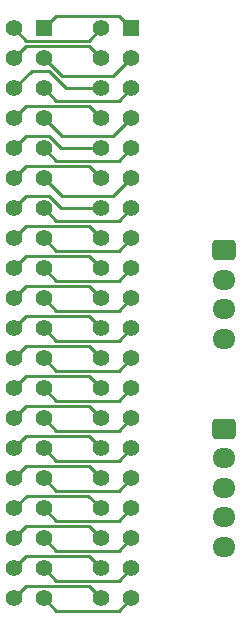
<source format=gbr>
%TF.GenerationSoftware,KiCad,Pcbnew,7.0.5*%
%TF.CreationDate,2023-12-19T10:58:39-08:00*%
%TF.ProjectId,Pi2_PiHat,5069325f-5069-4486-9174-2e6b69636164,rev?*%
%TF.SameCoordinates,Original*%
%TF.FileFunction,Copper,L2,Bot*%
%TF.FilePolarity,Positive*%
%FSLAX46Y46*%
G04 Gerber Fmt 4.6, Leading zero omitted, Abs format (unit mm)*
G04 Created by KiCad (PCBNEW 7.0.5) date 2023-12-19 10:58:39*
%MOMM*%
%LPD*%
G01*
G04 APERTURE LIST*
G04 Aperture macros list*
%AMRoundRect*
0 Rectangle with rounded corners*
0 $1 Rounding radius*
0 $2 $3 $4 $5 $6 $7 $8 $9 X,Y pos of 4 corners*
0 Add a 4 corners polygon primitive as box body*
4,1,4,$2,$3,$4,$5,$6,$7,$8,$9,$2,$3,0*
0 Add four circle primitives for the rounded corners*
1,1,$1+$1,$2,$3*
1,1,$1+$1,$4,$5*
1,1,$1+$1,$6,$7*
1,1,$1+$1,$8,$9*
0 Add four rect primitives between the rounded corners*
20,1,$1+$1,$2,$3,$4,$5,0*
20,1,$1+$1,$4,$5,$6,$7,0*
20,1,$1+$1,$6,$7,$8,$9,0*
20,1,$1+$1,$8,$9,$2,$3,0*%
G04 Aperture macros list end*
%TA.AperFunction,ComponentPad*%
%ADD10RoundRect,0.250000X-0.725000X0.600000X-0.725000X-0.600000X0.725000X-0.600000X0.725000X0.600000X0*%
%TD*%
%TA.AperFunction,ComponentPad*%
%ADD11O,1.950000X1.700000*%
%TD*%
%TA.AperFunction,ComponentPad*%
%ADD12C,1.398000*%
%TD*%
%TA.AperFunction,ComponentPad*%
%ADD13R,1.398000X1.398000*%
%TD*%
%TA.AperFunction,Conductor*%
%ADD14C,0.250000*%
%TD*%
G04 APERTURE END LIST*
D10*
%TO.P,Ultrasonic2,1,Pin_1*%
%TO.N,Net-(Out1-Pin_2)*%
X86360000Y-81400000D03*
D11*
%TO.P,Ultrasonic2,2,Pin_2*%
%TO.N,Net-(Out1-Pin_13)*%
X86360000Y-83900000D03*
%TO.P,Ultrasonic2,3,Pin_3*%
%TO.N,Net-(Out1-Pin_11)*%
X86360000Y-86400000D03*
%TO.P,Ultrasonic2,4,Pin_4*%
%TO.N,Net-(Out1-Pin_9)*%
X86360000Y-88900000D03*
%TD*%
D12*
%TO.P,Out1,1,Pin_1*%
%TO.N,Net-(Out1-Pin_1)*%
X68585000Y-62640000D03*
D13*
%TO.P,Out1,2,Pin_2*%
%TO.N,Net-(Out1-Pin_2)*%
X71125000Y-62640000D03*
D12*
%TO.P,Out1,3,Pin_3*%
%TO.N,Net-(Out1-Pin_3)*%
X68585000Y-65180000D03*
%TO.P,Out1,4,Pin_4*%
%TO.N,Net-(Out1-Pin_4)*%
X71125000Y-65180000D03*
%TO.P,Out1,5,Pin_5*%
%TO.N,Net-(Out1-Pin_5)*%
X68585000Y-67720000D03*
%TO.P,Out1,6,Pin_6*%
%TO.N,Net-(Out1-Pin_6)*%
X71125000Y-67720000D03*
%TO.P,Out1,7,Pin_7*%
%TO.N,Net-(Out1-Pin_7)*%
X68585000Y-70260000D03*
%TO.P,Out1,8,Pin_8*%
%TO.N,Net-(Out1-Pin_8)*%
X71125000Y-70260000D03*
%TO.P,Out1,9,Pin_9*%
%TO.N,Net-(Out1-Pin_9)*%
X68585000Y-72800000D03*
%TO.P,Out1,10,Pin_10*%
%TO.N,Net-(Out1-Pin_10)*%
X71125000Y-72800000D03*
%TO.P,Out1,11,Pin_11*%
%TO.N,Net-(Out1-Pin_11)*%
X68585000Y-75340000D03*
%TO.P,Out1,12,Pin_12*%
%TO.N,Net-(Out1-Pin_12)*%
X71125000Y-75340000D03*
%TO.P,Out1,13,Pin_13*%
%TO.N,Net-(Out1-Pin_13)*%
X68585000Y-77880000D03*
%TO.P,Out1,14,Pin_14*%
%TO.N,Net-(Out1-Pin_14)*%
X71125000Y-77880000D03*
%TO.P,Out1,15,Pin_15*%
%TO.N,Net-(Out1-Pin_15)*%
X68585000Y-80420000D03*
%TO.P,Out1,16,Pin_16*%
%TO.N,Net-(Out1-Pin_16)*%
X71125000Y-80420000D03*
%TO.P,Out1,17,Pin_17*%
%TO.N,Net-(Out1-Pin_17)*%
X68585000Y-82960000D03*
%TO.P,Out1,18,Pin_18*%
%TO.N,Net-(Out1-Pin_18)*%
X71125000Y-82960000D03*
%TO.P,Out1,19,Pin_19*%
%TO.N,Net-(Out1-Pin_19)*%
X68585000Y-85500000D03*
%TO.P,Out1,20,Pin_20*%
%TO.N,Net-(Out1-Pin_20)*%
X71125000Y-85500000D03*
%TO.P,Out1,21,Pin_21*%
%TO.N,Net-(Out1-Pin_21)*%
X68585000Y-88040000D03*
%TO.P,Out1,22,Pin_22*%
%TO.N,Net-(Out1-Pin_22)*%
X71125000Y-88040000D03*
%TO.P,Out1,23,Pin_23*%
%TO.N,Net-(Out1-Pin_23)*%
X68585000Y-90580000D03*
%TO.P,Out1,24,Pin_24*%
%TO.N,Net-(Out1-Pin_24)*%
X71125000Y-90580000D03*
%TO.P,Out1,25,Pin_25*%
%TO.N,Net-(Out1-Pin_25)*%
X68585000Y-93120000D03*
%TO.P,Out1,26,Pin_26*%
%TO.N,Net-(Out1-Pin_26)*%
X71125000Y-93120000D03*
%TO.P,Out1,27,Pin_27*%
%TO.N,Net-(Out1-Pin_27)*%
X68585000Y-95660000D03*
%TO.P,Out1,28,Pin_28*%
%TO.N,Net-(Out1-Pin_28)*%
X71125000Y-95660000D03*
%TO.P,Out1,29,Pin_29*%
%TO.N,Net-(Out1-Pin_29)*%
X68585000Y-98200000D03*
%TO.P,Out1,30,Pin_30*%
%TO.N,Net-(Out1-Pin_30)*%
X71125000Y-98200000D03*
%TO.P,Out1,31,Pin_31*%
%TO.N,Net-(Out1-Pin_31)*%
X68585000Y-100740000D03*
%TO.P,Out1,32,Pin_32*%
%TO.N,Net-(Out1-Pin_32)*%
X71125000Y-100740000D03*
%TO.P,Out1,33,Pin_33*%
%TO.N,Net-(Out1-Pin_33)*%
X68585000Y-103280000D03*
%TO.P,Out1,34,Pin_34*%
%TO.N,Net-(Out1-Pin_34)*%
X71125000Y-103280000D03*
%TO.P,Out1,35,Pin_35*%
%TO.N,Net-(Out1-Pin_35)*%
X68585000Y-105820000D03*
%TO.P,Out1,36,Pin_36*%
%TO.N,Net-(Out1-Pin_36)*%
X71125000Y-105820000D03*
%TO.P,Out1,37,Pin_37*%
%TO.N,Net-(Out1-Pin_37)*%
X68585000Y-108360000D03*
%TO.P,Out1,38,Pin_38*%
%TO.N,Net-(Out1-Pin_38)*%
X71125000Y-108360000D03*
%TO.P,Out1,39,Pin_39*%
%TO.N,Net-(Out1-Pin_39)*%
X68585000Y-110900000D03*
%TO.P,Out1,40,Pin_40*%
%TO.N,Net-(Out1-Pin_40)*%
X71125000Y-110900000D03*
%TD*%
%TO.P,PI_to_Header1,1,Pin_1*%
%TO.N,Net-(Out1-Pin_1)*%
X75940000Y-62640000D03*
D13*
%TO.P,PI_to_Header1,2,Pin_2*%
%TO.N,Net-(Out1-Pin_2)*%
X78480000Y-62640000D03*
D12*
%TO.P,PI_to_Header1,3,Pin_3*%
%TO.N,Net-(Out1-Pin_3)*%
X75940000Y-65180000D03*
%TO.P,PI_to_Header1,4,Pin_4*%
%TO.N,Net-(Out1-Pin_4)*%
X78480000Y-65180000D03*
%TO.P,PI_to_Header1,5,Pin_5*%
%TO.N,Net-(Out1-Pin_5)*%
X75940000Y-67720000D03*
%TO.P,PI_to_Header1,6,Pin_6*%
%TO.N,Net-(Out1-Pin_6)*%
X78480000Y-67720000D03*
%TO.P,PI_to_Header1,7,Pin_7*%
%TO.N,Net-(Out1-Pin_7)*%
X75940000Y-70260000D03*
%TO.P,PI_to_Header1,8,Pin_8*%
%TO.N,Net-(Out1-Pin_8)*%
X78480000Y-70260000D03*
%TO.P,PI_to_Header1,9,Pin_9*%
%TO.N,Net-(Out1-Pin_9)*%
X75940000Y-72800000D03*
%TO.P,PI_to_Header1,10,Pin_10*%
%TO.N,Net-(Out1-Pin_10)*%
X78480000Y-72800000D03*
%TO.P,PI_to_Header1,11,Pin_11*%
%TO.N,Net-(Out1-Pin_11)*%
X75940000Y-75340000D03*
%TO.P,PI_to_Header1,12,Pin_12*%
%TO.N,Net-(Out1-Pin_12)*%
X78480000Y-75340000D03*
%TO.P,PI_to_Header1,13,Pin_13*%
%TO.N,Net-(Out1-Pin_13)*%
X75940000Y-77880000D03*
%TO.P,PI_to_Header1,14,Pin_14*%
%TO.N,Net-(Out1-Pin_14)*%
X78480000Y-77880000D03*
%TO.P,PI_to_Header1,15,Pin_15*%
%TO.N,Net-(Out1-Pin_15)*%
X75940000Y-80420000D03*
%TO.P,PI_to_Header1,16,Pin_16*%
%TO.N,Net-(Out1-Pin_16)*%
X78480000Y-80420000D03*
%TO.P,PI_to_Header1,17,Pin_17*%
%TO.N,Net-(Out1-Pin_17)*%
X75940000Y-82960000D03*
%TO.P,PI_to_Header1,18,Pin_18*%
%TO.N,Net-(Out1-Pin_18)*%
X78480000Y-82960000D03*
%TO.P,PI_to_Header1,19,Pin_19*%
%TO.N,Net-(Out1-Pin_19)*%
X75940000Y-85500000D03*
%TO.P,PI_to_Header1,20,Pin_20*%
%TO.N,Net-(Out1-Pin_20)*%
X78480000Y-85500000D03*
%TO.P,PI_to_Header1,21,Pin_21*%
%TO.N,Net-(Out1-Pin_21)*%
X75940000Y-88040000D03*
%TO.P,PI_to_Header1,22,Pin_22*%
%TO.N,Net-(Out1-Pin_22)*%
X78480000Y-88040000D03*
%TO.P,PI_to_Header1,23,Pin_23*%
%TO.N,Net-(Out1-Pin_23)*%
X75940000Y-90580000D03*
%TO.P,PI_to_Header1,24,Pin_24*%
%TO.N,Net-(Out1-Pin_24)*%
X78480000Y-90580000D03*
%TO.P,PI_to_Header1,25,Pin_25*%
%TO.N,Net-(Out1-Pin_25)*%
X75940000Y-93120000D03*
%TO.P,PI_to_Header1,26,Pin_26*%
%TO.N,Net-(Out1-Pin_26)*%
X78480000Y-93120000D03*
%TO.P,PI_to_Header1,27,Pin_27*%
%TO.N,Net-(Out1-Pin_27)*%
X75940000Y-95660000D03*
%TO.P,PI_to_Header1,28,Pin_28*%
%TO.N,Net-(Out1-Pin_28)*%
X78480000Y-95660000D03*
%TO.P,PI_to_Header1,29,Pin_29*%
%TO.N,Net-(Out1-Pin_29)*%
X75940000Y-98200000D03*
%TO.P,PI_to_Header1,30,Pin_30*%
%TO.N,Net-(Out1-Pin_30)*%
X78480000Y-98200000D03*
%TO.P,PI_to_Header1,31,Pin_31*%
%TO.N,Net-(Out1-Pin_31)*%
X75940000Y-100740000D03*
%TO.P,PI_to_Header1,32,Pin_32*%
%TO.N,Net-(Out1-Pin_32)*%
X78480000Y-100740000D03*
%TO.P,PI_to_Header1,33,Pin_33*%
%TO.N,Net-(Out1-Pin_33)*%
X75940000Y-103280000D03*
%TO.P,PI_to_Header1,34,Pin_34*%
%TO.N,Net-(Out1-Pin_34)*%
X78480000Y-103280000D03*
%TO.P,PI_to_Header1,35,Pin_35*%
%TO.N,Net-(Out1-Pin_35)*%
X75940000Y-105820000D03*
%TO.P,PI_to_Header1,36,Pin_36*%
%TO.N,Net-(Out1-Pin_36)*%
X78480000Y-105820000D03*
%TO.P,PI_to_Header1,37,Pin_37*%
%TO.N,Net-(Out1-Pin_37)*%
X75940000Y-108360000D03*
%TO.P,PI_to_Header1,38,Pin_38*%
%TO.N,Net-(Out1-Pin_38)*%
X78480000Y-108360000D03*
%TO.P,PI_to_Header1,39,Pin_39*%
%TO.N,Net-(Out1-Pin_39)*%
X75940000Y-110900000D03*
%TO.P,PI_to_Header1,40,Pin_40*%
%TO.N,Net-(Out1-Pin_40)*%
X78480000Y-110900000D03*
%TD*%
D10*
%TO.P,Pi1_to_Pi2,1,Pin_1*%
%TO.N,Net-(Out1-Pin_32)*%
X86360000Y-96520000D03*
D11*
%TO.P,Pi1_to_Pi2,2,Pin_2*%
%TO.N,Net-(Out1-Pin_36)*%
X86360000Y-99020000D03*
%TO.P,Pi1_to_Pi2,3,Pin_3*%
%TO.N,Net-(Out1-Pin_10)*%
X86360000Y-101520000D03*
%TO.P,Pi1_to_Pi2,4,Pin_4*%
%TO.N,Net-(Out1-Pin_6)*%
X86360000Y-104020000D03*
%TO.P,Pi1_to_Pi2,5,Pin_5*%
%TO.N,Net-(Out1-Pin_15)*%
X86360000Y-106520000D03*
%TD*%
D14*
%TO.N,Net-(Out1-Pin_1)*%
X74916000Y-63664000D02*
X75940000Y-62640000D01*
X69609000Y-63664000D02*
X74916000Y-63664000D01*
X68585000Y-62640000D02*
X69609000Y-63664000D01*
%TO.N,Net-(Out1-Pin_2)*%
X77456000Y-61616000D02*
X78480000Y-62640000D01*
X71125000Y-62640000D02*
X72149000Y-61616000D01*
X72149000Y-61616000D02*
X77456000Y-61616000D01*
%TO.N,Net-(Out1-Pin_3)*%
X68585000Y-65180000D02*
X69609000Y-64156000D01*
X74916000Y-64156000D02*
X75940000Y-65180000D01*
X69609000Y-64156000D02*
X74916000Y-64156000D01*
%TO.N,Net-(Out1-Pin_4)*%
X72641000Y-66696000D02*
X76964000Y-66696000D01*
X76964000Y-66696000D02*
X78480000Y-65180000D01*
X71125000Y-65180000D02*
X72641000Y-66696000D01*
%TO.N,Net-(Out1-Pin_5)*%
X71512604Y-66204000D02*
X70101000Y-66204000D01*
X75940000Y-67720000D02*
X73028604Y-67720000D01*
X73028604Y-67720000D02*
X71512604Y-66204000D01*
X70101000Y-66204000D02*
X68585000Y-67720000D01*
%TO.N,Net-(Out1-Pin_7)*%
X69609000Y-69236000D02*
X68585000Y-70260000D01*
X74916000Y-69236000D02*
X69609000Y-69236000D01*
X75940000Y-70260000D02*
X74916000Y-69236000D01*
%TO.N,Net-(Out1-Pin_8)*%
X72641000Y-71776000D02*
X76964000Y-71776000D01*
X76964000Y-71776000D02*
X78480000Y-70260000D01*
X71125000Y-70260000D02*
X72641000Y-71776000D01*
%TO.N,Net-(Out1-Pin_9)*%
X75940000Y-72800000D02*
X72573155Y-72800000D01*
X69609000Y-71776000D02*
X68585000Y-72800000D01*
X72573155Y-72800000D02*
X71549155Y-71776000D01*
X86360000Y-88900000D02*
X86023173Y-89236827D01*
X71549155Y-71776000D02*
X69609000Y-71776000D01*
%TO.N,Net-(Out1-Pin_11)*%
X75940000Y-75340000D02*
X74916000Y-74316000D01*
X69609000Y-74316000D02*
X68585000Y-75340000D01*
X74916000Y-74316000D02*
X69609000Y-74316000D01*
%TO.N,Net-(Out1-Pin_12)*%
X76964000Y-76856000D02*
X78480000Y-75340000D01*
X71125000Y-75340000D02*
X72641000Y-76856000D01*
X72641000Y-76856000D02*
X76964000Y-76856000D01*
%TO.N,Net-(Out1-Pin_13)*%
X71549155Y-76856000D02*
X69609000Y-76856000D01*
X69609000Y-76856000D02*
X68585000Y-77880000D01*
X75940000Y-77880000D02*
X72573155Y-77880000D01*
X72573155Y-77880000D02*
X71549155Y-76856000D01*
%TO.N,Net-(Out1-Pin_14)*%
X71125000Y-77880000D02*
X72149000Y-78904000D01*
X72149000Y-78904000D02*
X77456000Y-78904000D01*
X77456000Y-78904000D02*
X78480000Y-77880000D01*
%TO.N,Net-(Out1-Pin_16)*%
X77456000Y-81444000D02*
X78480000Y-80420000D01*
X72149000Y-81444000D02*
X77456000Y-81444000D01*
X71125000Y-80420000D02*
X72149000Y-81444000D01*
%TO.N,Net-(Out1-Pin_17)*%
X74916000Y-81936000D02*
X69609000Y-81936000D01*
X75940000Y-82960000D02*
X74916000Y-81936000D01*
X69609000Y-81936000D02*
X68585000Y-82960000D01*
%TO.N,Net-(Out1-Pin_18)*%
X71125000Y-82960000D02*
X72149000Y-83984000D01*
X72149000Y-83984000D02*
X77456000Y-83984000D01*
X77456000Y-83984000D02*
X78480000Y-82960000D01*
%TO.N,Net-(Out1-Pin_19)*%
X75940000Y-85500000D02*
X74916000Y-84476000D01*
X74916000Y-84476000D02*
X69609000Y-84476000D01*
X69609000Y-84476000D02*
X68585000Y-85500000D01*
%TO.N,Net-(Out1-Pin_20)*%
X71125000Y-85500000D02*
X72149000Y-86524000D01*
X72149000Y-86524000D02*
X77456000Y-86524000D01*
X77456000Y-86524000D02*
X78480000Y-85500000D01*
%TO.N,Net-(Out1-Pin_21)*%
X69609000Y-87016000D02*
X68585000Y-88040000D01*
X75940000Y-88040000D02*
X74916000Y-87016000D01*
X74916000Y-87016000D02*
X69609000Y-87016000D01*
%TO.N,Net-(Out1-Pin_22)*%
X71125000Y-88040000D02*
X72149000Y-89064000D01*
X72149000Y-89064000D02*
X77456000Y-89064000D01*
X77456000Y-89064000D02*
X78480000Y-88040000D01*
%TO.N,Net-(Out1-Pin_23)*%
X74916000Y-89556000D02*
X69609000Y-89556000D01*
X75940000Y-90580000D02*
X74916000Y-89556000D01*
X69609000Y-89556000D02*
X68585000Y-90580000D01*
%TO.N,Net-(Out1-Pin_24)*%
X77456000Y-91604000D02*
X78480000Y-90580000D01*
X72149000Y-91604000D02*
X77456000Y-91604000D01*
X71125000Y-90580000D02*
X72149000Y-91604000D01*
%TO.N,Net-(Out1-Pin_25)*%
X69609000Y-92096000D02*
X68585000Y-93120000D01*
X75940000Y-93120000D02*
X74916000Y-92096000D01*
X74916000Y-92096000D02*
X69609000Y-92096000D01*
%TO.N,Net-(Out1-Pin_26)*%
X72149000Y-94144000D02*
X77456000Y-94144000D01*
X77456000Y-94144000D02*
X78480000Y-93120000D01*
X71125000Y-93120000D02*
X72149000Y-94144000D01*
%TO.N,Net-(Out1-Pin_27)*%
X75940000Y-95660000D02*
X74916000Y-94636000D01*
X74916000Y-94636000D02*
X69609000Y-94636000D01*
X69609000Y-94636000D02*
X68585000Y-95660000D01*
%TO.N,Net-(Out1-Pin_28)*%
X77456000Y-96684000D02*
X78480000Y-95660000D01*
X71125000Y-95660000D02*
X72149000Y-96684000D01*
X72149000Y-96684000D02*
X77456000Y-96684000D01*
%TO.N,Net-(Out1-Pin_29)*%
X75940000Y-98200000D02*
X74916000Y-97176000D01*
X69609000Y-97176000D02*
X68585000Y-98200000D01*
X74916000Y-97176000D02*
X69609000Y-97176000D01*
%TO.N,Net-(Out1-Pin_30)*%
X77456000Y-99224000D02*
X78480000Y-98200000D01*
X71125000Y-98200000D02*
X72149000Y-99224000D01*
X72149000Y-99224000D02*
X77456000Y-99224000D01*
%TO.N,Net-(Out1-Pin_31)*%
X75940000Y-100740000D02*
X74916000Y-99716000D01*
X69609000Y-99716000D02*
X68585000Y-100740000D01*
X74916000Y-99716000D02*
X69609000Y-99716000D01*
%TO.N,Net-(Out1-Pin_33)*%
X74874000Y-102214000D02*
X69651000Y-102214000D01*
X75940000Y-103280000D02*
X74874000Y-102214000D01*
X69651000Y-102214000D02*
X68585000Y-103280000D01*
%TO.N,Net-(Out1-Pin_35)*%
X74916000Y-104796000D02*
X69609000Y-104796000D01*
X69609000Y-104796000D02*
X68585000Y-105820000D01*
X75940000Y-105820000D02*
X74916000Y-104796000D01*
%TO.N,Net-(Out1-Pin_37)*%
X69609000Y-107336000D02*
X68585000Y-108360000D01*
X74916000Y-107336000D02*
X69609000Y-107336000D01*
X75940000Y-108360000D02*
X74916000Y-107336000D01*
%TO.N,Net-(Out1-Pin_38)*%
X77456000Y-109384000D02*
X78480000Y-108360000D01*
X71125000Y-108360000D02*
X72149000Y-109384000D01*
X72149000Y-109384000D02*
X77456000Y-109384000D01*
%TO.N,Net-(Out1-Pin_39)*%
X74916000Y-109876000D02*
X69609000Y-109876000D01*
X69609000Y-109876000D02*
X68585000Y-110900000D01*
X75940000Y-110900000D02*
X74916000Y-109876000D01*
%TO.N,Net-(Out1-Pin_40)*%
X77456000Y-111924000D02*
X78480000Y-110900000D01*
X72149000Y-111924000D02*
X77456000Y-111924000D01*
X71125000Y-110900000D02*
X72149000Y-111924000D01*
%TO.N,Net-(Out1-Pin_34)*%
X71125000Y-103280000D02*
X72149000Y-104304000D01*
X72149000Y-104304000D02*
X77456000Y-104304000D01*
X77456000Y-104304000D02*
X78480000Y-103280000D01*
%TO.N,Net-(Out1-Pin_6)*%
X71125000Y-67720000D02*
X72149000Y-68744000D01*
X77456000Y-68744000D02*
X78480000Y-67720000D01*
X72149000Y-68744000D02*
X77456000Y-68744000D01*
%TO.N,Net-(Out1-Pin_10)*%
X72149000Y-73824000D02*
X77456000Y-73824000D01*
X77456000Y-73824000D02*
X78480000Y-72800000D01*
X71125000Y-72800000D02*
X72149000Y-73824000D01*
%TO.N,Net-(Out1-Pin_15)*%
X75940000Y-80420000D02*
X74916000Y-79396000D01*
X69609000Y-79396000D02*
X68585000Y-80420000D01*
X74916000Y-79396000D02*
X69609000Y-79396000D01*
%TO.N,Net-(Out1-Pin_32)*%
X71125000Y-100740000D02*
X72149000Y-101764000D01*
X72149000Y-101764000D02*
X77456000Y-101764000D01*
X77456000Y-101764000D02*
X78480000Y-100740000D01*
%TO.N,Net-(Out1-Pin_36)*%
X71125000Y-105820000D02*
X72149000Y-106844000D01*
X77456000Y-106844000D02*
X78480000Y-105820000D01*
X72149000Y-106844000D02*
X77456000Y-106844000D01*
%TD*%
M02*

</source>
